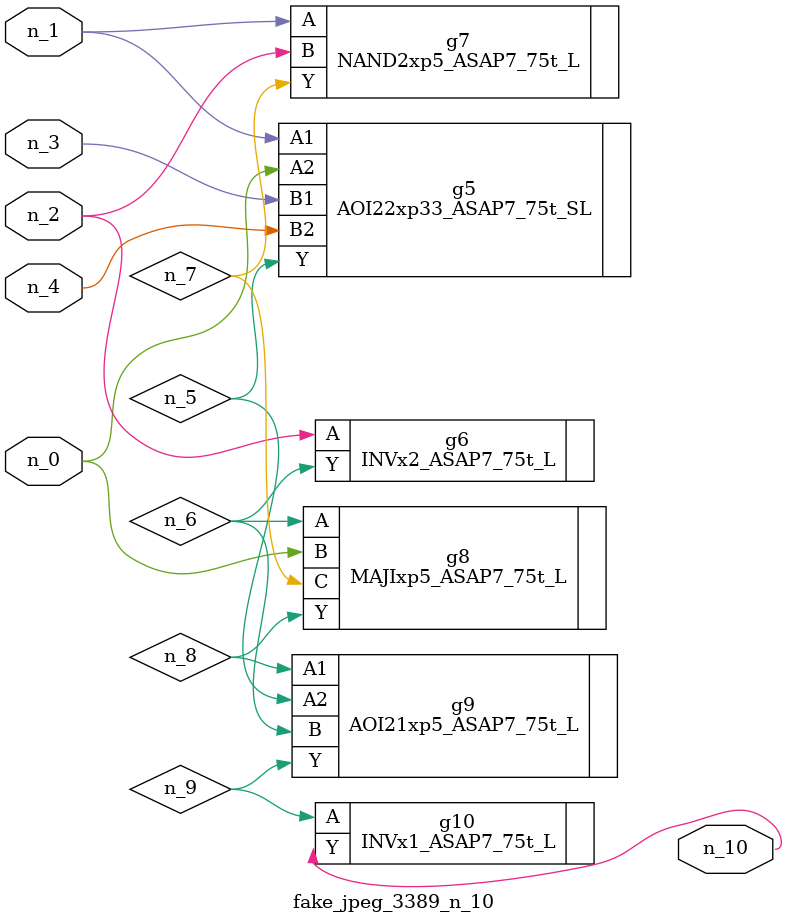
<source format=v>
module fake_jpeg_3389_n_10 (n_3, n_2, n_1, n_0, n_4, n_10);

input n_3;
input n_2;
input n_1;
input n_0;
input n_4;

output n_10;

wire n_8;
wire n_9;
wire n_6;
wire n_5;
wire n_7;

AOI22xp33_ASAP7_75t_SL g5 ( 
.A1(n_1),
.A2(n_0),
.B1(n_3),
.B2(n_4),
.Y(n_5)
);

INVx2_ASAP7_75t_L g6 ( 
.A(n_2),
.Y(n_6)
);

NAND2xp5_ASAP7_75t_L g7 ( 
.A(n_1),
.B(n_2),
.Y(n_7)
);

MAJIxp5_ASAP7_75t_L g8 ( 
.A(n_6),
.B(n_0),
.C(n_7),
.Y(n_8)
);

AOI21xp5_ASAP7_75t_L g9 ( 
.A1(n_8),
.A2(n_5),
.B(n_6),
.Y(n_9)
);

INVx1_ASAP7_75t_L g10 ( 
.A(n_9),
.Y(n_10)
);


endmodule
</source>
